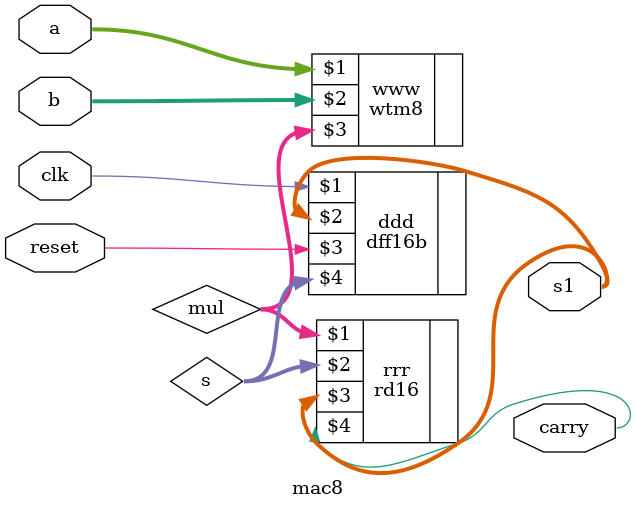
<source format=v>
`include "wtm8.v"
`include "rd16.v"
`include "dff16b.v"

module mac8(clk,reset,a,b,s1,carry);

input[7:0] a,b;
input clk,reset;
output[15:0] s1;
output carry;
wire[15:0] mul,s;

wtm8 www(a,b,mul);
rd16 rrr(mul,s,s1,carry);
dff16b ddd(clk,s1,reset,s);
endmodule
</source>
